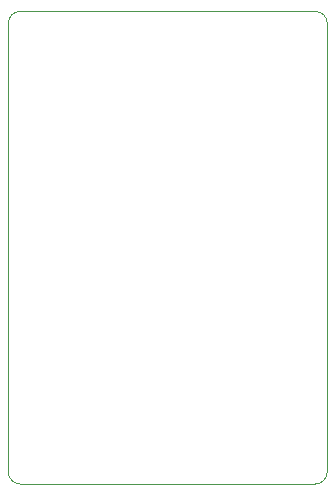
<source format=gm1>
G04 #@! TF.GenerationSoftware,KiCad,Pcbnew,6.0.0-rc1-unknown-106eaaa~84~ubuntu18.04.1*
G04 #@! TF.CreationDate,2018-12-01T20:38:30+00:00*
G04 #@! TF.ProjectId,interposer,696e7465-7270-46f7-9365-722e6b696361,rev?*
G04 #@! TF.SameCoordinates,Original*
G04 #@! TF.FileFunction,Profile,NP*
%FSLAX46Y46*%
G04 Gerber Fmt 4.6, Leading zero omitted, Abs format (unit mm)*
G04 Created by KiCad (PCBNEW 6.0.0-rc1-unknown-106eaaa~84~ubuntu18.04.1) date Sat 01 Dec 2018 20:38:30 GMT*
%MOMM*%
%LPD*%
G01*
G04 APERTURE LIST*
%ADD10C,0.050000*%
G04 APERTURE END LIST*
D10*
X121500000Y-129000000D02*
G75*
G02X120500000Y-130000000I-1000000J0D01*
G01*
X95500000Y-130000000D02*
G75*
G02X94500000Y-129000000I0J1000000D01*
G01*
X94500000Y-91000000D02*
G75*
G02X95500000Y-90000000I1000000J0D01*
G01*
X120500000Y-90000000D02*
G75*
G02X121500000Y-91000000I0J-1000000D01*
G01*
X94500000Y-129000000D02*
X94500000Y-91000000D01*
X120500000Y-130000000D02*
X95500000Y-130000000D01*
X121500000Y-91000000D02*
X121500000Y-129000000D01*
X95500000Y-90000000D02*
X120500000Y-90000000D01*
M02*

</source>
